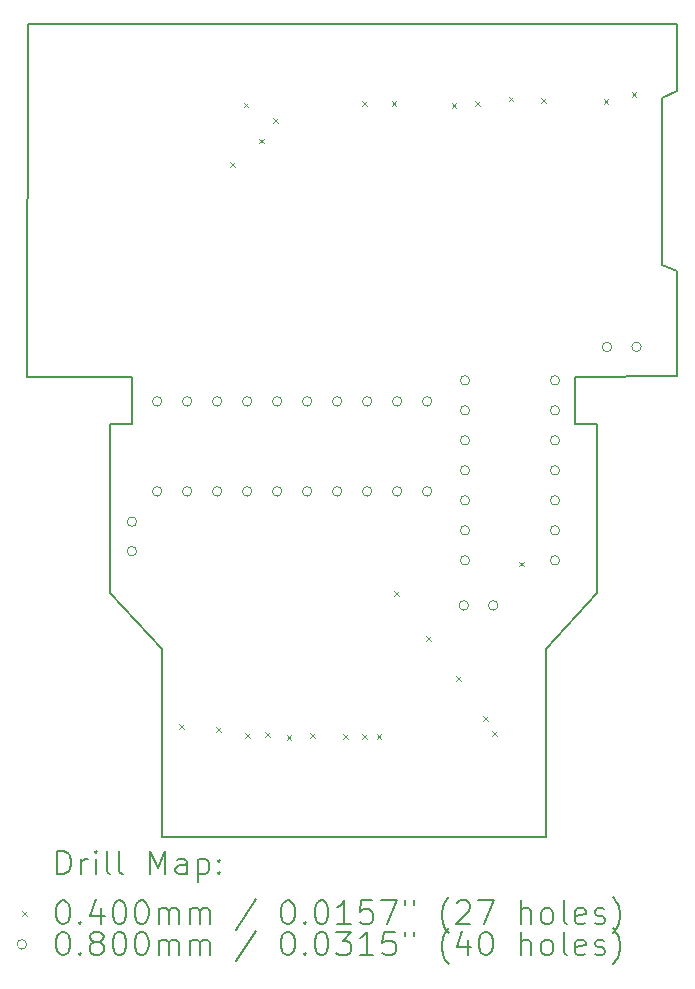
<source format=gbr>
%TF.GenerationSoftware,KiCad,Pcbnew,8.0.8-8.0.8-0~ubuntu22.04.1*%
%TF.CreationDate,2025-02-03T18:01:07-05:00*%
%TF.ProjectId,2600cart,32363030-6361-4727-942e-6b696361645f,rev?*%
%TF.SameCoordinates,Original*%
%TF.FileFunction,Drillmap*%
%TF.FilePolarity,Positive*%
%FSLAX45Y45*%
G04 Gerber Fmt 4.5, Leading zero omitted, Abs format (unit mm)*
G04 Created by KiCad (PCBNEW 8.0.8-8.0.8-0~ubuntu22.04.1) date 2025-02-03 18:01:07*
%MOMM*%
%LPD*%
G01*
G04 APERTURE LIST*
%ADD10C,0.150000*%
%ADD11C,0.200000*%
%ADD12C,0.100000*%
G04 APERTURE END LIST*
D10*
X14300200Y-7213600D02*
X14168120Y-7274560D01*
X14168120Y-8691880D01*
X14295120Y-8737600D01*
X14295120Y-9628010D01*
X13434540Y-9639860D01*
X13434540Y-10038640D01*
X13622500Y-10038640D01*
X13622500Y-11468660D01*
X13188160Y-11943640D01*
X13188160Y-13531140D01*
X9934420Y-13531140D01*
X9934420Y-11943640D01*
X9495000Y-11468660D01*
X9495000Y-10038640D01*
X9682960Y-10038640D01*
X9682960Y-9639860D01*
X8798115Y-9635823D01*
X8800000Y-6650000D01*
X14300000Y-6650000D01*
X14300200Y-7213600D01*
D11*
D12*
X10080000Y-12580000D02*
X10120000Y-12620000D01*
X10120000Y-12580000D02*
X10080000Y-12620000D01*
X10393888Y-12604302D02*
X10433888Y-12644302D01*
X10433888Y-12604302D02*
X10393888Y-12644302D01*
X10515920Y-7818440D02*
X10555920Y-7858440D01*
X10555920Y-7818440D02*
X10515920Y-7858440D01*
X10627680Y-7315520D02*
X10667680Y-7355520D01*
X10667680Y-7315520D02*
X10627680Y-7355520D01*
X10642920Y-12654600D02*
X10682920Y-12694600D01*
X10682920Y-12654600D02*
X10642920Y-12694600D01*
X10759760Y-7620320D02*
X10799760Y-7660320D01*
X10799760Y-7620320D02*
X10759760Y-7660320D01*
X10810560Y-12644440D02*
X10850560Y-12684440D01*
X10850560Y-12644440D02*
X10810560Y-12684440D01*
X10876600Y-7447600D02*
X10916600Y-7487600D01*
X10916600Y-7447600D02*
X10876600Y-7487600D01*
X10993440Y-12669840D02*
X11033440Y-12709840D01*
X11033440Y-12669840D02*
X10993440Y-12709840D01*
X11191560Y-12654600D02*
X11231560Y-12694600D01*
X11231560Y-12654600D02*
X11191560Y-12694600D01*
X11470960Y-12664760D02*
X11510960Y-12704760D01*
X11510960Y-12664760D02*
X11470960Y-12704760D01*
X11633520Y-7300280D02*
X11673520Y-7340280D01*
X11673520Y-7300280D02*
X11633520Y-7340280D01*
X11633520Y-12664760D02*
X11673520Y-12704760D01*
X11673520Y-12664760D02*
X11633520Y-12704760D01*
X11755440Y-12664760D02*
X11795440Y-12704760D01*
X11795440Y-12664760D02*
X11755440Y-12704760D01*
X11882440Y-7300280D02*
X11922440Y-7340280D01*
X11922440Y-7300280D02*
X11882440Y-7340280D01*
X11902760Y-11450640D02*
X11942760Y-11490640D01*
X11942760Y-11450640D02*
X11902760Y-11490640D01*
X12173014Y-11830626D02*
X12213014Y-11870626D01*
X12213014Y-11830626D02*
X12173014Y-11870626D01*
X12390440Y-7320600D02*
X12430440Y-7360600D01*
X12430440Y-7320600D02*
X12390440Y-7360600D01*
X12426000Y-12172000D02*
X12466000Y-12212000D01*
X12466000Y-12172000D02*
X12426000Y-12212000D01*
X12588560Y-7300280D02*
X12628560Y-7340280D01*
X12628560Y-7300280D02*
X12588560Y-7340280D01*
X12655614Y-12511346D02*
X12695614Y-12551346D01*
X12695614Y-12511346D02*
X12655614Y-12551346D01*
X12730800Y-12639360D02*
X12770800Y-12679360D01*
X12770800Y-12639360D02*
X12730800Y-12679360D01*
X12873040Y-7264720D02*
X12913040Y-7304720D01*
X12913040Y-7264720D02*
X12873040Y-7304720D01*
X12959400Y-11201720D02*
X12999400Y-11241720D01*
X12999400Y-11201720D02*
X12959400Y-11241720D01*
X13147360Y-7274880D02*
X13187360Y-7314880D01*
X13187360Y-7274880D02*
X13147360Y-7314880D01*
X13675680Y-7285040D02*
X13715680Y-7325040D01*
X13715680Y-7285040D02*
X13675680Y-7325040D01*
X13914440Y-7224080D02*
X13954440Y-7264080D01*
X13954440Y-7224080D02*
X13914440Y-7264080D01*
X9722480Y-10863040D02*
G75*
G02*
X9642480Y-10863040I-40000J0D01*
G01*
X9642480Y-10863040D02*
G75*
G02*
X9722480Y-10863040I40000J0D01*
G01*
X9722480Y-11113040D02*
G75*
G02*
X9642480Y-11113040I-40000J0D01*
G01*
X9642480Y-11113040D02*
G75*
G02*
X9722480Y-11113040I40000J0D01*
G01*
X9935840Y-9845040D02*
G75*
G02*
X9855840Y-9845040I-40000J0D01*
G01*
X9855840Y-9845040D02*
G75*
G02*
X9935840Y-9845040I40000J0D01*
G01*
X9935840Y-10607040D02*
G75*
G02*
X9855840Y-10607040I-40000J0D01*
G01*
X9855840Y-10607040D02*
G75*
G02*
X9935840Y-10607040I40000J0D01*
G01*
X10189840Y-9845040D02*
G75*
G02*
X10109840Y-9845040I-40000J0D01*
G01*
X10109840Y-9845040D02*
G75*
G02*
X10189840Y-9845040I40000J0D01*
G01*
X10189840Y-10607040D02*
G75*
G02*
X10109840Y-10607040I-40000J0D01*
G01*
X10109840Y-10607040D02*
G75*
G02*
X10189840Y-10607040I40000J0D01*
G01*
X10443840Y-9845040D02*
G75*
G02*
X10363840Y-9845040I-40000J0D01*
G01*
X10363840Y-9845040D02*
G75*
G02*
X10443840Y-9845040I40000J0D01*
G01*
X10443840Y-10607040D02*
G75*
G02*
X10363840Y-10607040I-40000J0D01*
G01*
X10363840Y-10607040D02*
G75*
G02*
X10443840Y-10607040I40000J0D01*
G01*
X10697840Y-9845040D02*
G75*
G02*
X10617840Y-9845040I-40000J0D01*
G01*
X10617840Y-9845040D02*
G75*
G02*
X10697840Y-9845040I40000J0D01*
G01*
X10697840Y-10607040D02*
G75*
G02*
X10617840Y-10607040I-40000J0D01*
G01*
X10617840Y-10607040D02*
G75*
G02*
X10697840Y-10607040I40000J0D01*
G01*
X10951840Y-9845040D02*
G75*
G02*
X10871840Y-9845040I-40000J0D01*
G01*
X10871840Y-9845040D02*
G75*
G02*
X10951840Y-9845040I40000J0D01*
G01*
X10951840Y-10607040D02*
G75*
G02*
X10871840Y-10607040I-40000J0D01*
G01*
X10871840Y-10607040D02*
G75*
G02*
X10951840Y-10607040I40000J0D01*
G01*
X11205840Y-9845040D02*
G75*
G02*
X11125840Y-9845040I-40000J0D01*
G01*
X11125840Y-9845040D02*
G75*
G02*
X11205840Y-9845040I40000J0D01*
G01*
X11205840Y-10607040D02*
G75*
G02*
X11125840Y-10607040I-40000J0D01*
G01*
X11125840Y-10607040D02*
G75*
G02*
X11205840Y-10607040I40000J0D01*
G01*
X11459840Y-9845040D02*
G75*
G02*
X11379840Y-9845040I-40000J0D01*
G01*
X11379840Y-9845040D02*
G75*
G02*
X11459840Y-9845040I40000J0D01*
G01*
X11459840Y-10607040D02*
G75*
G02*
X11379840Y-10607040I-40000J0D01*
G01*
X11379840Y-10607040D02*
G75*
G02*
X11459840Y-10607040I40000J0D01*
G01*
X11713840Y-9845040D02*
G75*
G02*
X11633840Y-9845040I-40000J0D01*
G01*
X11633840Y-9845040D02*
G75*
G02*
X11713840Y-9845040I40000J0D01*
G01*
X11713840Y-10607040D02*
G75*
G02*
X11633840Y-10607040I-40000J0D01*
G01*
X11633840Y-10607040D02*
G75*
G02*
X11713840Y-10607040I40000J0D01*
G01*
X11967840Y-9845040D02*
G75*
G02*
X11887840Y-9845040I-40000J0D01*
G01*
X11887840Y-9845040D02*
G75*
G02*
X11967840Y-9845040I40000J0D01*
G01*
X11967840Y-10607040D02*
G75*
G02*
X11887840Y-10607040I-40000J0D01*
G01*
X11887840Y-10607040D02*
G75*
G02*
X11967840Y-10607040I40000J0D01*
G01*
X12221840Y-9845040D02*
G75*
G02*
X12141840Y-9845040I-40000J0D01*
G01*
X12141840Y-9845040D02*
G75*
G02*
X12221840Y-9845040I40000J0D01*
G01*
X12221840Y-10607040D02*
G75*
G02*
X12141840Y-10607040I-40000J0D01*
G01*
X12141840Y-10607040D02*
G75*
G02*
X12221840Y-10607040I40000J0D01*
G01*
X12531720Y-11572240D02*
G75*
G02*
X12451720Y-11572240I-40000J0D01*
G01*
X12451720Y-11572240D02*
G75*
G02*
X12531720Y-11572240I40000J0D01*
G01*
X12541880Y-9667240D02*
G75*
G02*
X12461880Y-9667240I-40000J0D01*
G01*
X12461880Y-9667240D02*
G75*
G02*
X12541880Y-9667240I40000J0D01*
G01*
X12541880Y-9921240D02*
G75*
G02*
X12461880Y-9921240I-40000J0D01*
G01*
X12461880Y-9921240D02*
G75*
G02*
X12541880Y-9921240I40000J0D01*
G01*
X12541880Y-10175240D02*
G75*
G02*
X12461880Y-10175240I-40000J0D01*
G01*
X12461880Y-10175240D02*
G75*
G02*
X12541880Y-10175240I40000J0D01*
G01*
X12541880Y-10429240D02*
G75*
G02*
X12461880Y-10429240I-40000J0D01*
G01*
X12461880Y-10429240D02*
G75*
G02*
X12541880Y-10429240I40000J0D01*
G01*
X12541880Y-10683240D02*
G75*
G02*
X12461880Y-10683240I-40000J0D01*
G01*
X12461880Y-10683240D02*
G75*
G02*
X12541880Y-10683240I40000J0D01*
G01*
X12541880Y-10937240D02*
G75*
G02*
X12461880Y-10937240I-40000J0D01*
G01*
X12461880Y-10937240D02*
G75*
G02*
X12541880Y-10937240I40000J0D01*
G01*
X12541880Y-11191240D02*
G75*
G02*
X12461880Y-11191240I-40000J0D01*
G01*
X12461880Y-11191240D02*
G75*
G02*
X12541880Y-11191240I40000J0D01*
G01*
X12781720Y-11572240D02*
G75*
G02*
X12701720Y-11572240I-40000J0D01*
G01*
X12701720Y-11572240D02*
G75*
G02*
X12781720Y-11572240I40000J0D01*
G01*
X13303880Y-9667240D02*
G75*
G02*
X13223880Y-9667240I-40000J0D01*
G01*
X13223880Y-9667240D02*
G75*
G02*
X13303880Y-9667240I40000J0D01*
G01*
X13303880Y-9921240D02*
G75*
G02*
X13223880Y-9921240I-40000J0D01*
G01*
X13223880Y-9921240D02*
G75*
G02*
X13303880Y-9921240I40000J0D01*
G01*
X13303880Y-10175240D02*
G75*
G02*
X13223880Y-10175240I-40000J0D01*
G01*
X13223880Y-10175240D02*
G75*
G02*
X13303880Y-10175240I40000J0D01*
G01*
X13303880Y-10429240D02*
G75*
G02*
X13223880Y-10429240I-40000J0D01*
G01*
X13223880Y-10429240D02*
G75*
G02*
X13303880Y-10429240I40000J0D01*
G01*
X13303880Y-10683240D02*
G75*
G02*
X13223880Y-10683240I-40000J0D01*
G01*
X13223880Y-10683240D02*
G75*
G02*
X13303880Y-10683240I40000J0D01*
G01*
X13303880Y-10937240D02*
G75*
G02*
X13223880Y-10937240I-40000J0D01*
G01*
X13223880Y-10937240D02*
G75*
G02*
X13303880Y-10937240I40000J0D01*
G01*
X13303880Y-11191240D02*
G75*
G02*
X13223880Y-11191240I-40000J0D01*
G01*
X13223880Y-11191240D02*
G75*
G02*
X13303880Y-11191240I40000J0D01*
G01*
X13744760Y-9382760D02*
G75*
G02*
X13664760Y-9382760I-40000J0D01*
G01*
X13664760Y-9382760D02*
G75*
G02*
X13744760Y-9382760I40000J0D01*
G01*
X13994760Y-9382760D02*
G75*
G02*
X13914760Y-9382760I-40000J0D01*
G01*
X13914760Y-9382760D02*
G75*
G02*
X13994760Y-9382760I40000J0D01*
G01*
D11*
X9051391Y-13850124D02*
X9051391Y-13650124D01*
X9051391Y-13650124D02*
X9099010Y-13650124D01*
X9099010Y-13650124D02*
X9127582Y-13659648D01*
X9127582Y-13659648D02*
X9146629Y-13678695D01*
X9146629Y-13678695D02*
X9156153Y-13697743D01*
X9156153Y-13697743D02*
X9165677Y-13735838D01*
X9165677Y-13735838D02*
X9165677Y-13764409D01*
X9165677Y-13764409D02*
X9156153Y-13802505D01*
X9156153Y-13802505D02*
X9146629Y-13821552D01*
X9146629Y-13821552D02*
X9127582Y-13840600D01*
X9127582Y-13840600D02*
X9099010Y-13850124D01*
X9099010Y-13850124D02*
X9051391Y-13850124D01*
X9251391Y-13850124D02*
X9251391Y-13716790D01*
X9251391Y-13754886D02*
X9260915Y-13735838D01*
X9260915Y-13735838D02*
X9270439Y-13726314D01*
X9270439Y-13726314D02*
X9289487Y-13716790D01*
X9289487Y-13716790D02*
X9308534Y-13716790D01*
X9375201Y-13850124D02*
X9375201Y-13716790D01*
X9375201Y-13650124D02*
X9365677Y-13659648D01*
X9365677Y-13659648D02*
X9375201Y-13669171D01*
X9375201Y-13669171D02*
X9384725Y-13659648D01*
X9384725Y-13659648D02*
X9375201Y-13650124D01*
X9375201Y-13650124D02*
X9375201Y-13669171D01*
X9499010Y-13850124D02*
X9479963Y-13840600D01*
X9479963Y-13840600D02*
X9470439Y-13821552D01*
X9470439Y-13821552D02*
X9470439Y-13650124D01*
X9603772Y-13850124D02*
X9584725Y-13840600D01*
X9584725Y-13840600D02*
X9575201Y-13821552D01*
X9575201Y-13821552D02*
X9575201Y-13650124D01*
X9832344Y-13850124D02*
X9832344Y-13650124D01*
X9832344Y-13650124D02*
X9899010Y-13792981D01*
X9899010Y-13792981D02*
X9965677Y-13650124D01*
X9965677Y-13650124D02*
X9965677Y-13850124D01*
X10146629Y-13850124D02*
X10146629Y-13745362D01*
X10146629Y-13745362D02*
X10137106Y-13726314D01*
X10137106Y-13726314D02*
X10118058Y-13716790D01*
X10118058Y-13716790D02*
X10079963Y-13716790D01*
X10079963Y-13716790D02*
X10060915Y-13726314D01*
X10146629Y-13840600D02*
X10127582Y-13850124D01*
X10127582Y-13850124D02*
X10079963Y-13850124D01*
X10079963Y-13850124D02*
X10060915Y-13840600D01*
X10060915Y-13840600D02*
X10051391Y-13821552D01*
X10051391Y-13821552D02*
X10051391Y-13802505D01*
X10051391Y-13802505D02*
X10060915Y-13783457D01*
X10060915Y-13783457D02*
X10079963Y-13773933D01*
X10079963Y-13773933D02*
X10127582Y-13773933D01*
X10127582Y-13773933D02*
X10146629Y-13764409D01*
X10241868Y-13716790D02*
X10241868Y-13916790D01*
X10241868Y-13726314D02*
X10260915Y-13716790D01*
X10260915Y-13716790D02*
X10299010Y-13716790D01*
X10299010Y-13716790D02*
X10318058Y-13726314D01*
X10318058Y-13726314D02*
X10327582Y-13735838D01*
X10327582Y-13735838D02*
X10337106Y-13754886D01*
X10337106Y-13754886D02*
X10337106Y-13812028D01*
X10337106Y-13812028D02*
X10327582Y-13831076D01*
X10327582Y-13831076D02*
X10318058Y-13840600D01*
X10318058Y-13840600D02*
X10299010Y-13850124D01*
X10299010Y-13850124D02*
X10260915Y-13850124D01*
X10260915Y-13850124D02*
X10241868Y-13840600D01*
X10422820Y-13831076D02*
X10432344Y-13840600D01*
X10432344Y-13840600D02*
X10422820Y-13850124D01*
X10422820Y-13850124D02*
X10413296Y-13840600D01*
X10413296Y-13840600D02*
X10422820Y-13831076D01*
X10422820Y-13831076D02*
X10422820Y-13850124D01*
X10422820Y-13726314D02*
X10432344Y-13735838D01*
X10432344Y-13735838D02*
X10422820Y-13745362D01*
X10422820Y-13745362D02*
X10413296Y-13735838D01*
X10413296Y-13735838D02*
X10422820Y-13726314D01*
X10422820Y-13726314D02*
X10422820Y-13745362D01*
D12*
X8750615Y-14158640D02*
X8790615Y-14198640D01*
X8790615Y-14158640D02*
X8750615Y-14198640D01*
D11*
X9089487Y-14070124D02*
X9108534Y-14070124D01*
X9108534Y-14070124D02*
X9127582Y-14079648D01*
X9127582Y-14079648D02*
X9137106Y-14089171D01*
X9137106Y-14089171D02*
X9146629Y-14108219D01*
X9146629Y-14108219D02*
X9156153Y-14146314D01*
X9156153Y-14146314D02*
X9156153Y-14193933D01*
X9156153Y-14193933D02*
X9146629Y-14232028D01*
X9146629Y-14232028D02*
X9137106Y-14251076D01*
X9137106Y-14251076D02*
X9127582Y-14260600D01*
X9127582Y-14260600D02*
X9108534Y-14270124D01*
X9108534Y-14270124D02*
X9089487Y-14270124D01*
X9089487Y-14270124D02*
X9070439Y-14260600D01*
X9070439Y-14260600D02*
X9060915Y-14251076D01*
X9060915Y-14251076D02*
X9051391Y-14232028D01*
X9051391Y-14232028D02*
X9041868Y-14193933D01*
X9041868Y-14193933D02*
X9041868Y-14146314D01*
X9041868Y-14146314D02*
X9051391Y-14108219D01*
X9051391Y-14108219D02*
X9060915Y-14089171D01*
X9060915Y-14089171D02*
X9070439Y-14079648D01*
X9070439Y-14079648D02*
X9089487Y-14070124D01*
X9241868Y-14251076D02*
X9251391Y-14260600D01*
X9251391Y-14260600D02*
X9241868Y-14270124D01*
X9241868Y-14270124D02*
X9232344Y-14260600D01*
X9232344Y-14260600D02*
X9241868Y-14251076D01*
X9241868Y-14251076D02*
X9241868Y-14270124D01*
X9422820Y-14136790D02*
X9422820Y-14270124D01*
X9375201Y-14060600D02*
X9327582Y-14203457D01*
X9327582Y-14203457D02*
X9451391Y-14203457D01*
X9565677Y-14070124D02*
X9584725Y-14070124D01*
X9584725Y-14070124D02*
X9603772Y-14079648D01*
X9603772Y-14079648D02*
X9613296Y-14089171D01*
X9613296Y-14089171D02*
X9622820Y-14108219D01*
X9622820Y-14108219D02*
X9632344Y-14146314D01*
X9632344Y-14146314D02*
X9632344Y-14193933D01*
X9632344Y-14193933D02*
X9622820Y-14232028D01*
X9622820Y-14232028D02*
X9613296Y-14251076D01*
X9613296Y-14251076D02*
X9603772Y-14260600D01*
X9603772Y-14260600D02*
X9584725Y-14270124D01*
X9584725Y-14270124D02*
X9565677Y-14270124D01*
X9565677Y-14270124D02*
X9546629Y-14260600D01*
X9546629Y-14260600D02*
X9537106Y-14251076D01*
X9537106Y-14251076D02*
X9527582Y-14232028D01*
X9527582Y-14232028D02*
X9518058Y-14193933D01*
X9518058Y-14193933D02*
X9518058Y-14146314D01*
X9518058Y-14146314D02*
X9527582Y-14108219D01*
X9527582Y-14108219D02*
X9537106Y-14089171D01*
X9537106Y-14089171D02*
X9546629Y-14079648D01*
X9546629Y-14079648D02*
X9565677Y-14070124D01*
X9756153Y-14070124D02*
X9775201Y-14070124D01*
X9775201Y-14070124D02*
X9794249Y-14079648D01*
X9794249Y-14079648D02*
X9803772Y-14089171D01*
X9803772Y-14089171D02*
X9813296Y-14108219D01*
X9813296Y-14108219D02*
X9822820Y-14146314D01*
X9822820Y-14146314D02*
X9822820Y-14193933D01*
X9822820Y-14193933D02*
X9813296Y-14232028D01*
X9813296Y-14232028D02*
X9803772Y-14251076D01*
X9803772Y-14251076D02*
X9794249Y-14260600D01*
X9794249Y-14260600D02*
X9775201Y-14270124D01*
X9775201Y-14270124D02*
X9756153Y-14270124D01*
X9756153Y-14270124D02*
X9737106Y-14260600D01*
X9737106Y-14260600D02*
X9727582Y-14251076D01*
X9727582Y-14251076D02*
X9718058Y-14232028D01*
X9718058Y-14232028D02*
X9708534Y-14193933D01*
X9708534Y-14193933D02*
X9708534Y-14146314D01*
X9708534Y-14146314D02*
X9718058Y-14108219D01*
X9718058Y-14108219D02*
X9727582Y-14089171D01*
X9727582Y-14089171D02*
X9737106Y-14079648D01*
X9737106Y-14079648D02*
X9756153Y-14070124D01*
X9908534Y-14270124D02*
X9908534Y-14136790D01*
X9908534Y-14155838D02*
X9918058Y-14146314D01*
X9918058Y-14146314D02*
X9937106Y-14136790D01*
X9937106Y-14136790D02*
X9965677Y-14136790D01*
X9965677Y-14136790D02*
X9984725Y-14146314D01*
X9984725Y-14146314D02*
X9994249Y-14165362D01*
X9994249Y-14165362D02*
X9994249Y-14270124D01*
X9994249Y-14165362D02*
X10003772Y-14146314D01*
X10003772Y-14146314D02*
X10022820Y-14136790D01*
X10022820Y-14136790D02*
X10051391Y-14136790D01*
X10051391Y-14136790D02*
X10070439Y-14146314D01*
X10070439Y-14146314D02*
X10079963Y-14165362D01*
X10079963Y-14165362D02*
X10079963Y-14270124D01*
X10175201Y-14270124D02*
X10175201Y-14136790D01*
X10175201Y-14155838D02*
X10184725Y-14146314D01*
X10184725Y-14146314D02*
X10203772Y-14136790D01*
X10203772Y-14136790D02*
X10232344Y-14136790D01*
X10232344Y-14136790D02*
X10251391Y-14146314D01*
X10251391Y-14146314D02*
X10260915Y-14165362D01*
X10260915Y-14165362D02*
X10260915Y-14270124D01*
X10260915Y-14165362D02*
X10270439Y-14146314D01*
X10270439Y-14146314D02*
X10289487Y-14136790D01*
X10289487Y-14136790D02*
X10318058Y-14136790D01*
X10318058Y-14136790D02*
X10337106Y-14146314D01*
X10337106Y-14146314D02*
X10346630Y-14165362D01*
X10346630Y-14165362D02*
X10346630Y-14270124D01*
X10737106Y-14060600D02*
X10565677Y-14317743D01*
X10994249Y-14070124D02*
X11013296Y-14070124D01*
X11013296Y-14070124D02*
X11032344Y-14079648D01*
X11032344Y-14079648D02*
X11041868Y-14089171D01*
X11041868Y-14089171D02*
X11051392Y-14108219D01*
X11051392Y-14108219D02*
X11060915Y-14146314D01*
X11060915Y-14146314D02*
X11060915Y-14193933D01*
X11060915Y-14193933D02*
X11051392Y-14232028D01*
X11051392Y-14232028D02*
X11041868Y-14251076D01*
X11041868Y-14251076D02*
X11032344Y-14260600D01*
X11032344Y-14260600D02*
X11013296Y-14270124D01*
X11013296Y-14270124D02*
X10994249Y-14270124D01*
X10994249Y-14270124D02*
X10975201Y-14260600D01*
X10975201Y-14260600D02*
X10965677Y-14251076D01*
X10965677Y-14251076D02*
X10956153Y-14232028D01*
X10956153Y-14232028D02*
X10946630Y-14193933D01*
X10946630Y-14193933D02*
X10946630Y-14146314D01*
X10946630Y-14146314D02*
X10956153Y-14108219D01*
X10956153Y-14108219D02*
X10965677Y-14089171D01*
X10965677Y-14089171D02*
X10975201Y-14079648D01*
X10975201Y-14079648D02*
X10994249Y-14070124D01*
X11146630Y-14251076D02*
X11156153Y-14260600D01*
X11156153Y-14260600D02*
X11146630Y-14270124D01*
X11146630Y-14270124D02*
X11137106Y-14260600D01*
X11137106Y-14260600D02*
X11146630Y-14251076D01*
X11146630Y-14251076D02*
X11146630Y-14270124D01*
X11279963Y-14070124D02*
X11299011Y-14070124D01*
X11299011Y-14070124D02*
X11318058Y-14079648D01*
X11318058Y-14079648D02*
X11327582Y-14089171D01*
X11327582Y-14089171D02*
X11337106Y-14108219D01*
X11337106Y-14108219D02*
X11346630Y-14146314D01*
X11346630Y-14146314D02*
X11346630Y-14193933D01*
X11346630Y-14193933D02*
X11337106Y-14232028D01*
X11337106Y-14232028D02*
X11327582Y-14251076D01*
X11327582Y-14251076D02*
X11318058Y-14260600D01*
X11318058Y-14260600D02*
X11299011Y-14270124D01*
X11299011Y-14270124D02*
X11279963Y-14270124D01*
X11279963Y-14270124D02*
X11260915Y-14260600D01*
X11260915Y-14260600D02*
X11251391Y-14251076D01*
X11251391Y-14251076D02*
X11241868Y-14232028D01*
X11241868Y-14232028D02*
X11232344Y-14193933D01*
X11232344Y-14193933D02*
X11232344Y-14146314D01*
X11232344Y-14146314D02*
X11241868Y-14108219D01*
X11241868Y-14108219D02*
X11251391Y-14089171D01*
X11251391Y-14089171D02*
X11260915Y-14079648D01*
X11260915Y-14079648D02*
X11279963Y-14070124D01*
X11537106Y-14270124D02*
X11422820Y-14270124D01*
X11479963Y-14270124D02*
X11479963Y-14070124D01*
X11479963Y-14070124D02*
X11460915Y-14098695D01*
X11460915Y-14098695D02*
X11441868Y-14117743D01*
X11441868Y-14117743D02*
X11422820Y-14127267D01*
X11718058Y-14070124D02*
X11622820Y-14070124D01*
X11622820Y-14070124D02*
X11613296Y-14165362D01*
X11613296Y-14165362D02*
X11622820Y-14155838D01*
X11622820Y-14155838D02*
X11641868Y-14146314D01*
X11641868Y-14146314D02*
X11689487Y-14146314D01*
X11689487Y-14146314D02*
X11708534Y-14155838D01*
X11708534Y-14155838D02*
X11718058Y-14165362D01*
X11718058Y-14165362D02*
X11727582Y-14184409D01*
X11727582Y-14184409D02*
X11727582Y-14232028D01*
X11727582Y-14232028D02*
X11718058Y-14251076D01*
X11718058Y-14251076D02*
X11708534Y-14260600D01*
X11708534Y-14260600D02*
X11689487Y-14270124D01*
X11689487Y-14270124D02*
X11641868Y-14270124D01*
X11641868Y-14270124D02*
X11622820Y-14260600D01*
X11622820Y-14260600D02*
X11613296Y-14251076D01*
X11794249Y-14070124D02*
X11927582Y-14070124D01*
X11927582Y-14070124D02*
X11841868Y-14270124D01*
X11994249Y-14070124D02*
X11994249Y-14108219D01*
X12070439Y-14070124D02*
X12070439Y-14108219D01*
X12365677Y-14346314D02*
X12356153Y-14336790D01*
X12356153Y-14336790D02*
X12337106Y-14308219D01*
X12337106Y-14308219D02*
X12327582Y-14289171D01*
X12327582Y-14289171D02*
X12318058Y-14260600D01*
X12318058Y-14260600D02*
X12308534Y-14212981D01*
X12308534Y-14212981D02*
X12308534Y-14174886D01*
X12308534Y-14174886D02*
X12318058Y-14127267D01*
X12318058Y-14127267D02*
X12327582Y-14098695D01*
X12327582Y-14098695D02*
X12337106Y-14079648D01*
X12337106Y-14079648D02*
X12356153Y-14051076D01*
X12356153Y-14051076D02*
X12365677Y-14041552D01*
X12432344Y-14089171D02*
X12441868Y-14079648D01*
X12441868Y-14079648D02*
X12460915Y-14070124D01*
X12460915Y-14070124D02*
X12508534Y-14070124D01*
X12508534Y-14070124D02*
X12527582Y-14079648D01*
X12527582Y-14079648D02*
X12537106Y-14089171D01*
X12537106Y-14089171D02*
X12546630Y-14108219D01*
X12546630Y-14108219D02*
X12546630Y-14127267D01*
X12546630Y-14127267D02*
X12537106Y-14155838D01*
X12537106Y-14155838D02*
X12422820Y-14270124D01*
X12422820Y-14270124D02*
X12546630Y-14270124D01*
X12613296Y-14070124D02*
X12746630Y-14070124D01*
X12746630Y-14070124D02*
X12660915Y-14270124D01*
X12975201Y-14270124D02*
X12975201Y-14070124D01*
X13060915Y-14270124D02*
X13060915Y-14165362D01*
X13060915Y-14165362D02*
X13051392Y-14146314D01*
X13051392Y-14146314D02*
X13032344Y-14136790D01*
X13032344Y-14136790D02*
X13003773Y-14136790D01*
X13003773Y-14136790D02*
X12984725Y-14146314D01*
X12984725Y-14146314D02*
X12975201Y-14155838D01*
X13184725Y-14270124D02*
X13165677Y-14260600D01*
X13165677Y-14260600D02*
X13156154Y-14251076D01*
X13156154Y-14251076D02*
X13146630Y-14232028D01*
X13146630Y-14232028D02*
X13146630Y-14174886D01*
X13146630Y-14174886D02*
X13156154Y-14155838D01*
X13156154Y-14155838D02*
X13165677Y-14146314D01*
X13165677Y-14146314D02*
X13184725Y-14136790D01*
X13184725Y-14136790D02*
X13213296Y-14136790D01*
X13213296Y-14136790D02*
X13232344Y-14146314D01*
X13232344Y-14146314D02*
X13241868Y-14155838D01*
X13241868Y-14155838D02*
X13251392Y-14174886D01*
X13251392Y-14174886D02*
X13251392Y-14232028D01*
X13251392Y-14232028D02*
X13241868Y-14251076D01*
X13241868Y-14251076D02*
X13232344Y-14260600D01*
X13232344Y-14260600D02*
X13213296Y-14270124D01*
X13213296Y-14270124D02*
X13184725Y-14270124D01*
X13365677Y-14270124D02*
X13346630Y-14260600D01*
X13346630Y-14260600D02*
X13337106Y-14241552D01*
X13337106Y-14241552D02*
X13337106Y-14070124D01*
X13518058Y-14260600D02*
X13499011Y-14270124D01*
X13499011Y-14270124D02*
X13460915Y-14270124D01*
X13460915Y-14270124D02*
X13441868Y-14260600D01*
X13441868Y-14260600D02*
X13432344Y-14241552D01*
X13432344Y-14241552D02*
X13432344Y-14165362D01*
X13432344Y-14165362D02*
X13441868Y-14146314D01*
X13441868Y-14146314D02*
X13460915Y-14136790D01*
X13460915Y-14136790D02*
X13499011Y-14136790D01*
X13499011Y-14136790D02*
X13518058Y-14146314D01*
X13518058Y-14146314D02*
X13527582Y-14165362D01*
X13527582Y-14165362D02*
X13527582Y-14184409D01*
X13527582Y-14184409D02*
X13432344Y-14203457D01*
X13603773Y-14260600D02*
X13622820Y-14270124D01*
X13622820Y-14270124D02*
X13660915Y-14270124D01*
X13660915Y-14270124D02*
X13679963Y-14260600D01*
X13679963Y-14260600D02*
X13689487Y-14241552D01*
X13689487Y-14241552D02*
X13689487Y-14232028D01*
X13689487Y-14232028D02*
X13679963Y-14212981D01*
X13679963Y-14212981D02*
X13660915Y-14203457D01*
X13660915Y-14203457D02*
X13632344Y-14203457D01*
X13632344Y-14203457D02*
X13613296Y-14193933D01*
X13613296Y-14193933D02*
X13603773Y-14174886D01*
X13603773Y-14174886D02*
X13603773Y-14165362D01*
X13603773Y-14165362D02*
X13613296Y-14146314D01*
X13613296Y-14146314D02*
X13632344Y-14136790D01*
X13632344Y-14136790D02*
X13660915Y-14136790D01*
X13660915Y-14136790D02*
X13679963Y-14146314D01*
X13756154Y-14346314D02*
X13765677Y-14336790D01*
X13765677Y-14336790D02*
X13784725Y-14308219D01*
X13784725Y-14308219D02*
X13794249Y-14289171D01*
X13794249Y-14289171D02*
X13803773Y-14260600D01*
X13803773Y-14260600D02*
X13813296Y-14212981D01*
X13813296Y-14212981D02*
X13813296Y-14174886D01*
X13813296Y-14174886D02*
X13803773Y-14127267D01*
X13803773Y-14127267D02*
X13794249Y-14098695D01*
X13794249Y-14098695D02*
X13784725Y-14079648D01*
X13784725Y-14079648D02*
X13765677Y-14051076D01*
X13765677Y-14051076D02*
X13756154Y-14041552D01*
D12*
X8790615Y-14442640D02*
G75*
G02*
X8710615Y-14442640I-40000J0D01*
G01*
X8710615Y-14442640D02*
G75*
G02*
X8790615Y-14442640I40000J0D01*
G01*
D11*
X9089487Y-14334124D02*
X9108534Y-14334124D01*
X9108534Y-14334124D02*
X9127582Y-14343648D01*
X9127582Y-14343648D02*
X9137106Y-14353171D01*
X9137106Y-14353171D02*
X9146629Y-14372219D01*
X9146629Y-14372219D02*
X9156153Y-14410314D01*
X9156153Y-14410314D02*
X9156153Y-14457933D01*
X9156153Y-14457933D02*
X9146629Y-14496028D01*
X9146629Y-14496028D02*
X9137106Y-14515076D01*
X9137106Y-14515076D02*
X9127582Y-14524600D01*
X9127582Y-14524600D02*
X9108534Y-14534124D01*
X9108534Y-14534124D02*
X9089487Y-14534124D01*
X9089487Y-14534124D02*
X9070439Y-14524600D01*
X9070439Y-14524600D02*
X9060915Y-14515076D01*
X9060915Y-14515076D02*
X9051391Y-14496028D01*
X9051391Y-14496028D02*
X9041868Y-14457933D01*
X9041868Y-14457933D02*
X9041868Y-14410314D01*
X9041868Y-14410314D02*
X9051391Y-14372219D01*
X9051391Y-14372219D02*
X9060915Y-14353171D01*
X9060915Y-14353171D02*
X9070439Y-14343648D01*
X9070439Y-14343648D02*
X9089487Y-14334124D01*
X9241868Y-14515076D02*
X9251391Y-14524600D01*
X9251391Y-14524600D02*
X9241868Y-14534124D01*
X9241868Y-14534124D02*
X9232344Y-14524600D01*
X9232344Y-14524600D02*
X9241868Y-14515076D01*
X9241868Y-14515076D02*
X9241868Y-14534124D01*
X9365677Y-14419838D02*
X9346629Y-14410314D01*
X9346629Y-14410314D02*
X9337106Y-14400790D01*
X9337106Y-14400790D02*
X9327582Y-14381743D01*
X9327582Y-14381743D02*
X9327582Y-14372219D01*
X9327582Y-14372219D02*
X9337106Y-14353171D01*
X9337106Y-14353171D02*
X9346629Y-14343648D01*
X9346629Y-14343648D02*
X9365677Y-14334124D01*
X9365677Y-14334124D02*
X9403772Y-14334124D01*
X9403772Y-14334124D02*
X9422820Y-14343648D01*
X9422820Y-14343648D02*
X9432344Y-14353171D01*
X9432344Y-14353171D02*
X9441868Y-14372219D01*
X9441868Y-14372219D02*
X9441868Y-14381743D01*
X9441868Y-14381743D02*
X9432344Y-14400790D01*
X9432344Y-14400790D02*
X9422820Y-14410314D01*
X9422820Y-14410314D02*
X9403772Y-14419838D01*
X9403772Y-14419838D02*
X9365677Y-14419838D01*
X9365677Y-14419838D02*
X9346629Y-14429362D01*
X9346629Y-14429362D02*
X9337106Y-14438886D01*
X9337106Y-14438886D02*
X9327582Y-14457933D01*
X9327582Y-14457933D02*
X9327582Y-14496028D01*
X9327582Y-14496028D02*
X9337106Y-14515076D01*
X9337106Y-14515076D02*
X9346629Y-14524600D01*
X9346629Y-14524600D02*
X9365677Y-14534124D01*
X9365677Y-14534124D02*
X9403772Y-14534124D01*
X9403772Y-14534124D02*
X9422820Y-14524600D01*
X9422820Y-14524600D02*
X9432344Y-14515076D01*
X9432344Y-14515076D02*
X9441868Y-14496028D01*
X9441868Y-14496028D02*
X9441868Y-14457933D01*
X9441868Y-14457933D02*
X9432344Y-14438886D01*
X9432344Y-14438886D02*
X9422820Y-14429362D01*
X9422820Y-14429362D02*
X9403772Y-14419838D01*
X9565677Y-14334124D02*
X9584725Y-14334124D01*
X9584725Y-14334124D02*
X9603772Y-14343648D01*
X9603772Y-14343648D02*
X9613296Y-14353171D01*
X9613296Y-14353171D02*
X9622820Y-14372219D01*
X9622820Y-14372219D02*
X9632344Y-14410314D01*
X9632344Y-14410314D02*
X9632344Y-14457933D01*
X9632344Y-14457933D02*
X9622820Y-14496028D01*
X9622820Y-14496028D02*
X9613296Y-14515076D01*
X9613296Y-14515076D02*
X9603772Y-14524600D01*
X9603772Y-14524600D02*
X9584725Y-14534124D01*
X9584725Y-14534124D02*
X9565677Y-14534124D01*
X9565677Y-14534124D02*
X9546629Y-14524600D01*
X9546629Y-14524600D02*
X9537106Y-14515076D01*
X9537106Y-14515076D02*
X9527582Y-14496028D01*
X9527582Y-14496028D02*
X9518058Y-14457933D01*
X9518058Y-14457933D02*
X9518058Y-14410314D01*
X9518058Y-14410314D02*
X9527582Y-14372219D01*
X9527582Y-14372219D02*
X9537106Y-14353171D01*
X9537106Y-14353171D02*
X9546629Y-14343648D01*
X9546629Y-14343648D02*
X9565677Y-14334124D01*
X9756153Y-14334124D02*
X9775201Y-14334124D01*
X9775201Y-14334124D02*
X9794249Y-14343648D01*
X9794249Y-14343648D02*
X9803772Y-14353171D01*
X9803772Y-14353171D02*
X9813296Y-14372219D01*
X9813296Y-14372219D02*
X9822820Y-14410314D01*
X9822820Y-14410314D02*
X9822820Y-14457933D01*
X9822820Y-14457933D02*
X9813296Y-14496028D01*
X9813296Y-14496028D02*
X9803772Y-14515076D01*
X9803772Y-14515076D02*
X9794249Y-14524600D01*
X9794249Y-14524600D02*
X9775201Y-14534124D01*
X9775201Y-14534124D02*
X9756153Y-14534124D01*
X9756153Y-14534124D02*
X9737106Y-14524600D01*
X9737106Y-14524600D02*
X9727582Y-14515076D01*
X9727582Y-14515076D02*
X9718058Y-14496028D01*
X9718058Y-14496028D02*
X9708534Y-14457933D01*
X9708534Y-14457933D02*
X9708534Y-14410314D01*
X9708534Y-14410314D02*
X9718058Y-14372219D01*
X9718058Y-14372219D02*
X9727582Y-14353171D01*
X9727582Y-14353171D02*
X9737106Y-14343648D01*
X9737106Y-14343648D02*
X9756153Y-14334124D01*
X9908534Y-14534124D02*
X9908534Y-14400790D01*
X9908534Y-14419838D02*
X9918058Y-14410314D01*
X9918058Y-14410314D02*
X9937106Y-14400790D01*
X9937106Y-14400790D02*
X9965677Y-14400790D01*
X9965677Y-14400790D02*
X9984725Y-14410314D01*
X9984725Y-14410314D02*
X9994249Y-14429362D01*
X9994249Y-14429362D02*
X9994249Y-14534124D01*
X9994249Y-14429362D02*
X10003772Y-14410314D01*
X10003772Y-14410314D02*
X10022820Y-14400790D01*
X10022820Y-14400790D02*
X10051391Y-14400790D01*
X10051391Y-14400790D02*
X10070439Y-14410314D01*
X10070439Y-14410314D02*
X10079963Y-14429362D01*
X10079963Y-14429362D02*
X10079963Y-14534124D01*
X10175201Y-14534124D02*
X10175201Y-14400790D01*
X10175201Y-14419838D02*
X10184725Y-14410314D01*
X10184725Y-14410314D02*
X10203772Y-14400790D01*
X10203772Y-14400790D02*
X10232344Y-14400790D01*
X10232344Y-14400790D02*
X10251391Y-14410314D01*
X10251391Y-14410314D02*
X10260915Y-14429362D01*
X10260915Y-14429362D02*
X10260915Y-14534124D01*
X10260915Y-14429362D02*
X10270439Y-14410314D01*
X10270439Y-14410314D02*
X10289487Y-14400790D01*
X10289487Y-14400790D02*
X10318058Y-14400790D01*
X10318058Y-14400790D02*
X10337106Y-14410314D01*
X10337106Y-14410314D02*
X10346630Y-14429362D01*
X10346630Y-14429362D02*
X10346630Y-14534124D01*
X10737106Y-14324600D02*
X10565677Y-14581743D01*
X10994249Y-14334124D02*
X11013296Y-14334124D01*
X11013296Y-14334124D02*
X11032344Y-14343648D01*
X11032344Y-14343648D02*
X11041868Y-14353171D01*
X11041868Y-14353171D02*
X11051392Y-14372219D01*
X11051392Y-14372219D02*
X11060915Y-14410314D01*
X11060915Y-14410314D02*
X11060915Y-14457933D01*
X11060915Y-14457933D02*
X11051392Y-14496028D01*
X11051392Y-14496028D02*
X11041868Y-14515076D01*
X11041868Y-14515076D02*
X11032344Y-14524600D01*
X11032344Y-14524600D02*
X11013296Y-14534124D01*
X11013296Y-14534124D02*
X10994249Y-14534124D01*
X10994249Y-14534124D02*
X10975201Y-14524600D01*
X10975201Y-14524600D02*
X10965677Y-14515076D01*
X10965677Y-14515076D02*
X10956153Y-14496028D01*
X10956153Y-14496028D02*
X10946630Y-14457933D01*
X10946630Y-14457933D02*
X10946630Y-14410314D01*
X10946630Y-14410314D02*
X10956153Y-14372219D01*
X10956153Y-14372219D02*
X10965677Y-14353171D01*
X10965677Y-14353171D02*
X10975201Y-14343648D01*
X10975201Y-14343648D02*
X10994249Y-14334124D01*
X11146630Y-14515076D02*
X11156153Y-14524600D01*
X11156153Y-14524600D02*
X11146630Y-14534124D01*
X11146630Y-14534124D02*
X11137106Y-14524600D01*
X11137106Y-14524600D02*
X11146630Y-14515076D01*
X11146630Y-14515076D02*
X11146630Y-14534124D01*
X11279963Y-14334124D02*
X11299011Y-14334124D01*
X11299011Y-14334124D02*
X11318058Y-14343648D01*
X11318058Y-14343648D02*
X11327582Y-14353171D01*
X11327582Y-14353171D02*
X11337106Y-14372219D01*
X11337106Y-14372219D02*
X11346630Y-14410314D01*
X11346630Y-14410314D02*
X11346630Y-14457933D01*
X11346630Y-14457933D02*
X11337106Y-14496028D01*
X11337106Y-14496028D02*
X11327582Y-14515076D01*
X11327582Y-14515076D02*
X11318058Y-14524600D01*
X11318058Y-14524600D02*
X11299011Y-14534124D01*
X11299011Y-14534124D02*
X11279963Y-14534124D01*
X11279963Y-14534124D02*
X11260915Y-14524600D01*
X11260915Y-14524600D02*
X11251391Y-14515076D01*
X11251391Y-14515076D02*
X11241868Y-14496028D01*
X11241868Y-14496028D02*
X11232344Y-14457933D01*
X11232344Y-14457933D02*
X11232344Y-14410314D01*
X11232344Y-14410314D02*
X11241868Y-14372219D01*
X11241868Y-14372219D02*
X11251391Y-14353171D01*
X11251391Y-14353171D02*
X11260915Y-14343648D01*
X11260915Y-14343648D02*
X11279963Y-14334124D01*
X11413296Y-14334124D02*
X11537106Y-14334124D01*
X11537106Y-14334124D02*
X11470439Y-14410314D01*
X11470439Y-14410314D02*
X11499011Y-14410314D01*
X11499011Y-14410314D02*
X11518058Y-14419838D01*
X11518058Y-14419838D02*
X11527582Y-14429362D01*
X11527582Y-14429362D02*
X11537106Y-14448409D01*
X11537106Y-14448409D02*
X11537106Y-14496028D01*
X11537106Y-14496028D02*
X11527582Y-14515076D01*
X11527582Y-14515076D02*
X11518058Y-14524600D01*
X11518058Y-14524600D02*
X11499011Y-14534124D01*
X11499011Y-14534124D02*
X11441868Y-14534124D01*
X11441868Y-14534124D02*
X11422820Y-14524600D01*
X11422820Y-14524600D02*
X11413296Y-14515076D01*
X11727582Y-14534124D02*
X11613296Y-14534124D01*
X11670439Y-14534124D02*
X11670439Y-14334124D01*
X11670439Y-14334124D02*
X11651391Y-14362695D01*
X11651391Y-14362695D02*
X11632344Y-14381743D01*
X11632344Y-14381743D02*
X11613296Y-14391267D01*
X11908534Y-14334124D02*
X11813296Y-14334124D01*
X11813296Y-14334124D02*
X11803772Y-14429362D01*
X11803772Y-14429362D02*
X11813296Y-14419838D01*
X11813296Y-14419838D02*
X11832344Y-14410314D01*
X11832344Y-14410314D02*
X11879963Y-14410314D01*
X11879963Y-14410314D02*
X11899011Y-14419838D01*
X11899011Y-14419838D02*
X11908534Y-14429362D01*
X11908534Y-14429362D02*
X11918058Y-14448409D01*
X11918058Y-14448409D02*
X11918058Y-14496028D01*
X11918058Y-14496028D02*
X11908534Y-14515076D01*
X11908534Y-14515076D02*
X11899011Y-14524600D01*
X11899011Y-14524600D02*
X11879963Y-14534124D01*
X11879963Y-14534124D02*
X11832344Y-14534124D01*
X11832344Y-14534124D02*
X11813296Y-14524600D01*
X11813296Y-14524600D02*
X11803772Y-14515076D01*
X11994249Y-14334124D02*
X11994249Y-14372219D01*
X12070439Y-14334124D02*
X12070439Y-14372219D01*
X12365677Y-14610314D02*
X12356153Y-14600790D01*
X12356153Y-14600790D02*
X12337106Y-14572219D01*
X12337106Y-14572219D02*
X12327582Y-14553171D01*
X12327582Y-14553171D02*
X12318058Y-14524600D01*
X12318058Y-14524600D02*
X12308534Y-14476981D01*
X12308534Y-14476981D02*
X12308534Y-14438886D01*
X12308534Y-14438886D02*
X12318058Y-14391267D01*
X12318058Y-14391267D02*
X12327582Y-14362695D01*
X12327582Y-14362695D02*
X12337106Y-14343648D01*
X12337106Y-14343648D02*
X12356153Y-14315076D01*
X12356153Y-14315076D02*
X12365677Y-14305552D01*
X12527582Y-14400790D02*
X12527582Y-14534124D01*
X12479963Y-14324600D02*
X12432344Y-14467457D01*
X12432344Y-14467457D02*
X12556153Y-14467457D01*
X12670439Y-14334124D02*
X12689487Y-14334124D01*
X12689487Y-14334124D02*
X12708534Y-14343648D01*
X12708534Y-14343648D02*
X12718058Y-14353171D01*
X12718058Y-14353171D02*
X12727582Y-14372219D01*
X12727582Y-14372219D02*
X12737106Y-14410314D01*
X12737106Y-14410314D02*
X12737106Y-14457933D01*
X12737106Y-14457933D02*
X12727582Y-14496028D01*
X12727582Y-14496028D02*
X12718058Y-14515076D01*
X12718058Y-14515076D02*
X12708534Y-14524600D01*
X12708534Y-14524600D02*
X12689487Y-14534124D01*
X12689487Y-14534124D02*
X12670439Y-14534124D01*
X12670439Y-14534124D02*
X12651392Y-14524600D01*
X12651392Y-14524600D02*
X12641868Y-14515076D01*
X12641868Y-14515076D02*
X12632344Y-14496028D01*
X12632344Y-14496028D02*
X12622820Y-14457933D01*
X12622820Y-14457933D02*
X12622820Y-14410314D01*
X12622820Y-14410314D02*
X12632344Y-14372219D01*
X12632344Y-14372219D02*
X12641868Y-14353171D01*
X12641868Y-14353171D02*
X12651392Y-14343648D01*
X12651392Y-14343648D02*
X12670439Y-14334124D01*
X12975201Y-14534124D02*
X12975201Y-14334124D01*
X13060915Y-14534124D02*
X13060915Y-14429362D01*
X13060915Y-14429362D02*
X13051392Y-14410314D01*
X13051392Y-14410314D02*
X13032344Y-14400790D01*
X13032344Y-14400790D02*
X13003773Y-14400790D01*
X13003773Y-14400790D02*
X12984725Y-14410314D01*
X12984725Y-14410314D02*
X12975201Y-14419838D01*
X13184725Y-14534124D02*
X13165677Y-14524600D01*
X13165677Y-14524600D02*
X13156154Y-14515076D01*
X13156154Y-14515076D02*
X13146630Y-14496028D01*
X13146630Y-14496028D02*
X13146630Y-14438886D01*
X13146630Y-14438886D02*
X13156154Y-14419838D01*
X13156154Y-14419838D02*
X13165677Y-14410314D01*
X13165677Y-14410314D02*
X13184725Y-14400790D01*
X13184725Y-14400790D02*
X13213296Y-14400790D01*
X13213296Y-14400790D02*
X13232344Y-14410314D01*
X13232344Y-14410314D02*
X13241868Y-14419838D01*
X13241868Y-14419838D02*
X13251392Y-14438886D01*
X13251392Y-14438886D02*
X13251392Y-14496028D01*
X13251392Y-14496028D02*
X13241868Y-14515076D01*
X13241868Y-14515076D02*
X13232344Y-14524600D01*
X13232344Y-14524600D02*
X13213296Y-14534124D01*
X13213296Y-14534124D02*
X13184725Y-14534124D01*
X13365677Y-14534124D02*
X13346630Y-14524600D01*
X13346630Y-14524600D02*
X13337106Y-14505552D01*
X13337106Y-14505552D02*
X13337106Y-14334124D01*
X13518058Y-14524600D02*
X13499011Y-14534124D01*
X13499011Y-14534124D02*
X13460915Y-14534124D01*
X13460915Y-14534124D02*
X13441868Y-14524600D01*
X13441868Y-14524600D02*
X13432344Y-14505552D01*
X13432344Y-14505552D02*
X13432344Y-14429362D01*
X13432344Y-14429362D02*
X13441868Y-14410314D01*
X13441868Y-14410314D02*
X13460915Y-14400790D01*
X13460915Y-14400790D02*
X13499011Y-14400790D01*
X13499011Y-14400790D02*
X13518058Y-14410314D01*
X13518058Y-14410314D02*
X13527582Y-14429362D01*
X13527582Y-14429362D02*
X13527582Y-14448409D01*
X13527582Y-14448409D02*
X13432344Y-14467457D01*
X13603773Y-14524600D02*
X13622820Y-14534124D01*
X13622820Y-14534124D02*
X13660915Y-14534124D01*
X13660915Y-14534124D02*
X13679963Y-14524600D01*
X13679963Y-14524600D02*
X13689487Y-14505552D01*
X13689487Y-14505552D02*
X13689487Y-14496028D01*
X13689487Y-14496028D02*
X13679963Y-14476981D01*
X13679963Y-14476981D02*
X13660915Y-14467457D01*
X13660915Y-14467457D02*
X13632344Y-14467457D01*
X13632344Y-14467457D02*
X13613296Y-14457933D01*
X13613296Y-14457933D02*
X13603773Y-14438886D01*
X13603773Y-14438886D02*
X13603773Y-14429362D01*
X13603773Y-14429362D02*
X13613296Y-14410314D01*
X13613296Y-14410314D02*
X13632344Y-14400790D01*
X13632344Y-14400790D02*
X13660915Y-14400790D01*
X13660915Y-14400790D02*
X13679963Y-14410314D01*
X13756154Y-14610314D02*
X13765677Y-14600790D01*
X13765677Y-14600790D02*
X13784725Y-14572219D01*
X13784725Y-14572219D02*
X13794249Y-14553171D01*
X13794249Y-14553171D02*
X13803773Y-14524600D01*
X13803773Y-14524600D02*
X13813296Y-14476981D01*
X13813296Y-14476981D02*
X13813296Y-14438886D01*
X13813296Y-14438886D02*
X13803773Y-14391267D01*
X13803773Y-14391267D02*
X13794249Y-14362695D01*
X13794249Y-14362695D02*
X13784725Y-14343648D01*
X13784725Y-14343648D02*
X13765677Y-14315076D01*
X13765677Y-14315076D02*
X13756154Y-14305552D01*
M02*

</source>
